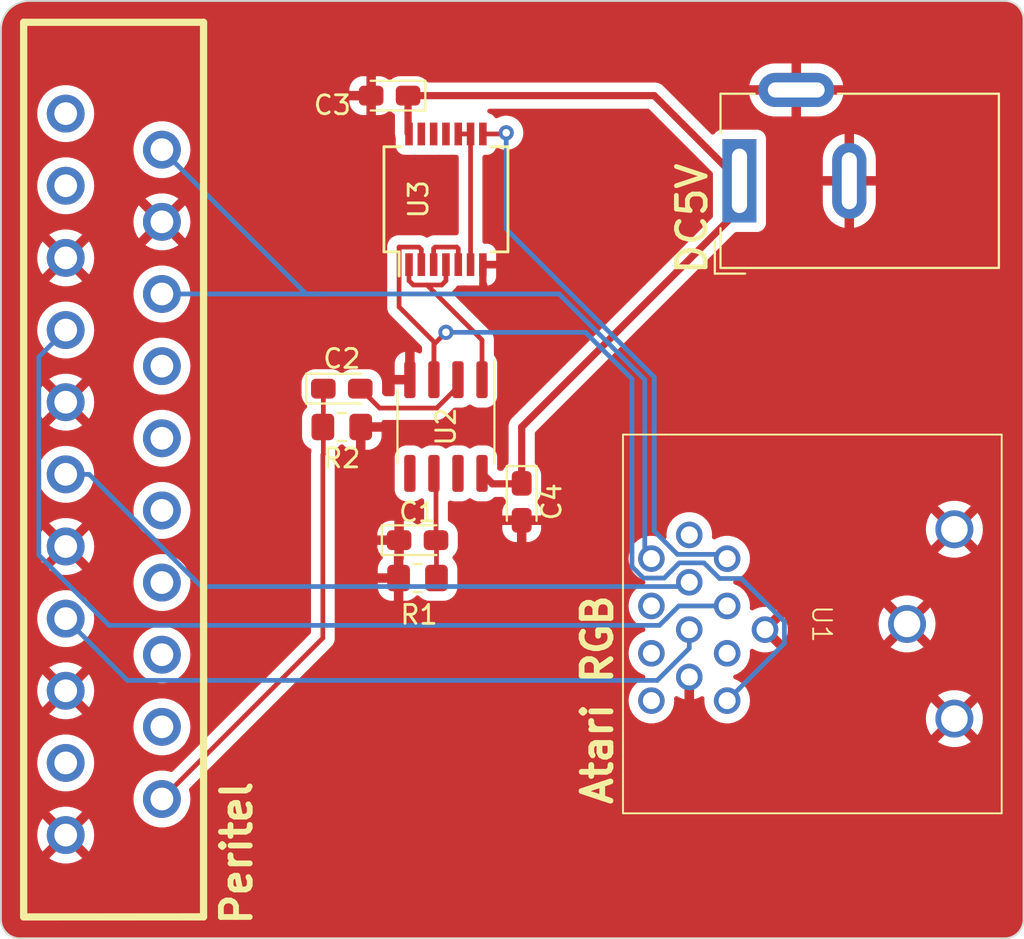
<source format=kicad_pcb>
(kicad_pcb (version 20221018) (generator pcbnew)
  (layers (0 "F.Cu" signal) (31 "B.Cu" signal) (34 "B.Paste" user) (35 "F.Paste" user) (36 "B.SilkS" user "B.Silkscreen") (37 "F.SilkS" user "F.Silkscreen") (38 "B.Mask" user) (39 "F.Mask" user) (44 "Edge.Cuts" user))
  (net 0 "")
  (net 1 "GND")
  (net 2 "Net-(U2-INT)")
  (net 3 "CVBS")
  (net 4 "Net-(U2-VIDEO)")
  (net 6 "AUDIO_L")
  (net 8 "VIDEO_B")
  (net 11 "VIDEO_G")
  (net 14 "VIDEO_R")
  (net 21 "HSYNC")
  (net 23 "VSYNC")
  (net 24 "Net-(U2-CSYNC)")
  (net 26 "+5V")
  (net 27 "Net-(U3-Pad3)")
  (net 28 "Net-(U3-Pad10)")
  (footprint "Package_SO:SSOP-14_5.3x6.2mm_P0.65mm" (layer "F.Cu") (at 141 71.475 90)
    (fp_text reference "U3" (at 0 -1.45 90) (layer "F.SilkS"))
    (fp_text value "74LS00")
    (fp_line (start -2.775 -3.275) (end -2.775 -2.475) (stroke (width 0.15)) (layer "F.SilkS"))
    (fp_line (start -2.775 -3.275) (end 2.775 -3.275) (stroke (width 0.15)) (layer "F.SilkS"))
    (fp_line (start -2.775 -2.475) (end -4.05 -2.475) (stroke (width 0.15)) (layer "F.SilkS"))
    (fp_line (start -2.775 3.275) (end -2.775 2.375) (stroke (width 0.15)) (layer "F.SilkS"))
    (fp_line (start -2.775 3.275) (end 2.775 3.275) (stroke (width 0.15)) (layer "F.SilkS"))
    (fp_line (start 2.775 -3.275) (end 2.775 -2.375) (stroke (width 0.15)) (layer "F.SilkS"))
    (fp_line (start 2.775 3.275) (end 2.775 2.375) (stroke (width 0.15)) (layer "F.SilkS"))
    (pad "1" smd rect (at -3.45 -1.95 90) (size 1.2 0.4) (layers "F.Cu" "F.Paste" "F.Mask") (net 24 "Net-(U2-CSYNC)"))
    (pad "2" smd rect (at -3.45 -1.3 90) (size 1.2 0.4) (layers "F.Cu" "F.Paste" "F.Mask") (net 23 "VSYNC"))
    (pad "3" smd rect (at -3.45 -0.65 90) (size 1.2 0.4) (layers "F.Cu" "F.Paste" "F.Mask") (net 27 "Net-(U3-Pad3)"))
    (pad "4" smd rect (at -3.45 0 90) (size 1.2 0.4) (layers "F.Cu" "F.Paste" "F.Mask") (net 24 "Net-(U2-CSYNC)"))
    (pad "5" smd rect (at -3.45 0.65 90) (size 1.2 0.4) (layers "F.Cu" "F.Paste" "F.Mask") (net 27 "Net-(U3-Pad3)"))
    (pad "6" smd rect (at -3.45 1.3 90) (size 1.2 0.4) (layers "F.Cu" "F.Paste" "F.Mask") (net 28 "Net-(U3-Pad10)"))
    (pad "7" smd rect (at -3.45 1.95 90) (size 1.2 0.4) (layers "F.Cu" "F.Paste" "F.Mask") (net 1 "GND"))
    (pad "8" smd rect (at 3.45 1.95 90) (size 1.2 0.4) (layers "F.Cu" "F.Paste" "F.Mask") (net 21 "HSYNC"))
    (pad "9" smd rect (at 3.45 1.3 90) (size 1.2 0.4) (layers "F.Cu" "F.Paste" "F.Mask") (net 28 "Net-(U3-Pad10)"))
    (pad "10" smd rect (at 3.45 0.65 90) (size 1.2 0.4) (layers "F.Cu" "F.Paste" "F.Mask") (net 28 "Net-(U3-Pad10)"))
    (pad "11" smd rect (at 3.45 0 90) (size 1.2 0.4) (layers "F.Cu" "F.Paste" "F.Mask"))
    (pad "12" smd rect (at 3.45 -0.65 90) (size 1.2 0.4) (layers "F.Cu" "F.Paste" "F.Mask"))
    (pad "13" smd rect (at 3.45 -1.3 90) (size 1.2 0.4) (layers "F.Cu" "F.Paste" "F.Mask"))
    (pad "14" smd rect (at 3.45 -1.95 90) (size 1.2 0.4) (layers "F.Cu" "F.Paste" "F.Mask") (net 26 "+5V"))
  )
  (footprint "Capacitor_Tantalum_SMD:CP_EIA-2012-15_AVX-P_Pad1.30x1.05mm_HandSolder" (layer "F.Cu") (at 138.025 66 180)
    (fp_text reference "C3" (at 3.025 -0.5) (layer "F.SilkS"))
    (fp_text value "0.1µF")
    (fp_line (start -1.885 -0.785) (end -1.885 0.785) (stroke (width 0.12)) (layer "F.SilkS"))
    (fp_line (start -1.885 0.785) (end 1 0.785) (stroke (width 0.12)) (layer "F.SilkS"))
    (fp_line (start 1 -0.785) (end -1.885 -0.785) (stroke (width 0.12)) (layer "F.SilkS"))
    (pad "1" smd roundrect (at -0.975 0 180) (size 1.3 1.05) (layers "F.Cu" "F.Paste" "F.Mask") (roundrect_rratio 0.238095) (net 26 "+5V"))
    (pad "2" smd roundrect (at 0.975 0 180) (size 1.3 1.05) (layers "F.Cu" "F.Paste" "F.Mask") (roundrect_rratio 0.238095) (net 1 "GND"))
  )
  (footprint "Capacitor_Tantalum_SMD:CP_EIA-2012-15_AVX-P_Pad1.30x1.05mm_HandSolder" (layer "F.Cu") (at 135.5 81.475)
    (fp_text reference "C2" (at 0 -1.58) (layer "F.SilkS"))
    (fp_text value "0.1µF")
    (fp_line (start -1.885 -0.785) (end -1.885 0.785) (stroke (width 0.12)) (layer "F.SilkS"))
    (fp_line (start -1.885 0.785) (end 1 0.785) (stroke (width 0.12)) (layer "F.SilkS"))
    (fp_line (start 1 -0.785) (end -1.885 -0.785) (stroke (width 0.12)) (layer "F.SilkS"))
    (pad "1" smd roundrect (at -0.975 0) (size 1.3 1.05) (layers "F.Cu" "F.Paste" "F.Mask") (roundrect_rratio 0.238095) (net 3 "CVBS"))
    (pad "2" smd roundrect (at 0.975 0) (size 1.3 1.05) (layers "F.Cu" "F.Paste" "F.Mask") (roundrect_rratio 0.238095) (net 4 "Net-(U2-VIDEO)"))
  )
  (footprint "Connector_BarrelJack:BarrelJack_Wuerth_6941xx301002" (layer "F.Cu") (at 156.5 70.5 90)
    (fp_text reference "J2" hide)
    (fp_text value "DC5V" (at -2 -2.5 270) (layer "F.SilkS") (effects (font (size 1.524 1.524) (thickness 0.25) bold)))
    (fp_line (start -4.9 -1.3) (end -4.9 0.3) (stroke (width 0.12)) (layer "F.SilkS"))
    (fp_line (start -4.6 -1) (end -2.5 -1) (stroke (width 0.12)) (layer "F.SilkS"))
    (fp_line (start -4.6 13.7) (end -4.6 -1) (stroke (width 0.12)) (layer "F.SilkS"))
    (fp_line (start -3.2 -1.3) (end -4.9 -1.3) (stroke (width 0.12)) (layer "F.SilkS"))
    (fp_line (start 2.5 -1) (end 4.6 -1) (stroke (width 0.12)) (layer "F.SilkS"))
    (fp_line (start 4.6 -1) (end 4.6 0.8) (stroke (width 0.12)) (layer "F.SilkS"))
    (fp_line (start 4.6 5.2) (end 4.6 13.7) (stroke (width 0.12)) (layer "F.SilkS"))
    (fp_line (start 4.6 13.7) (end -4.6 13.7) (stroke (width 0.12)) (layer "F.SilkS"))
    (pad "1" thru_hole rect (at 0 0 90) (size 4.4 1.8) (drill oval 3.4 0.8) (layers "*.Cu" "*.Mask") (net 26 "+5V"))
    (pad "2" thru_hole oval (at 0 5.8 90) (size 4 1.8) (drill oval 3 0.8) (layers "*.Cu" "*.Mask") (net 1 "GND"))
    (pad "3" thru_hole oval (at 4.8 3 180) (size 4 1.8) (drill oval 3 0.8) (layers "*.Cu" "*.Mask") (net 1 "GND"))
  )
  (footprint "Capacitor_Tantalum_SMD:CP_EIA-2012-15_AVX-P_Pad1.30x1.05mm_HandSolder" (layer "F.Cu") (at 145 87.45 -90)
    (fp_text reference "C4" (at 0 -1.58 90) (layer "F.SilkS"))
    (fp_text value "0.1µF")
    (fp_line (start -1.885 -0.785) (end -1.885 0.785) (stroke (width 0.12)) (layer "F.SilkS"))
    (fp_line (start -1.885 0.785) (end 1 0.785) (stroke (width 0.12)) (layer "F.SilkS"))
    (fp_line (start 1 -0.785) (end -1.885 -0.785) (stroke (width 0.12)) (layer "F.SilkS"))
    (pad "1" smd roundrect (at -0.975 0 270) (size 1.3 1.05) (layers "F.Cu" "F.Paste" "F.Mask") (roundrect_rratio 0.238095) (net 26 "+5V"))
    (pad "2" smd roundrect (at 0.975 0 270) (size 1.3 1.05) (layers "F.Cu" "F.Paste" "F.Mask") (roundrect_rratio 0.238095) (net 1 "GND"))
  )
  (footprint "Capacitor_Tantalum_SMD:CP_EIA-2012-15_AVX-P_Pad1.30x1.05mm_HandSolder" (layer "F.Cu") (at 139.5 89.475)
    (fp_text reference "C1" (at 0 -1.475) (layer "F.SilkS"))
    (fp_text value "0.1µ")
    (fp_line (start -1.885 -0.785) (end -1.885 0.785) (stroke (width 0.12)) (layer "F.SilkS"))
    (fp_line (start -1.885 0.785) (end 1 0.785) (stroke (width 0.12)) (layer "F.SilkS"))
    (fp_line (start 1 -0.785) (end -1.885 -0.785) (stroke (width 0.12)) (layer "F.SilkS"))
    (pad "1" smd roundrect (at -0.975 0) (size 1.3 1.05) (layers "F.Cu" "F.Paste" "F.Mask") (roundrect_rratio 0.238095) (net 1 "GND"))
    (pad "2" smd roundrect (at 0.975 0) (size 1.3 1.05) (layers "F.Cu" "F.Paste" "F.Mask") (roundrect_rratio 0.238095) (net 2 "Net-(U2-INT)"))
  )
  (footprint "Resistor_SMD:R_0805_2012Metric_Pad1.20x1.40mm_HandSolder" (layer "F.Cu") (at 135.5 83.5 180)
    (fp_text reference "R2" (at 0 -1.65) (layer "F.SilkS"))
    (fp_text value "75Ω")
    (fp_line (start -0.227064 -0.735) (end 0.227064 -0.735) (stroke (width 0.12)) (layer "F.SilkS"))
    (fp_line (start -0.227064 0.735) (end 0.227064 0.735) (stroke (width 0.12)) (layer "F.SilkS"))
    (pad "1" smd roundrect (at -1 0 180) (size 1.2 1.4) (layers "F.Cu" "F.Paste" "F.Mask") (roundrect_rratio 0.208333) (net 1 "GND"))
    (pad "2" smd roundrect (at 1 0 180) (size 1.2 1.4) (layers "F.Cu" "F.Paste" "F.Mask") (roundrect_rratio 0.208333) (net 3 "CVBS"))
  )
  (footprint "Resistor_SMD:R_0805_2012Metric_Pad1.20x1.40mm_HandSolder" (layer "F.Cu") (at 139.5 91.475)
    (fp_text reference "R1" (at 0.076589 1.938278) (layer "F.SilkS"))
    (fp_text value "680kΩ")
    (fp_line (start -0.227064 -0.735) (end 0.227064 -0.735) (stroke (width 0.12)) (layer "F.SilkS"))
    (fp_line (start -0.227064 0.735) (end 0.227064 0.735) (stroke (width 0.12)) (layer "F.SilkS"))
    (pad "1" smd roundrect (at -1 0) (size 1.2 1.4) (layers "F.Cu" "F.Paste" "F.Mask") (roundrect_rratio 0.208333) (net 1 "GND"))
    (pad "2" smd roundrect (at 1 0) (size 1.2 1.4) (layers "F.Cu" "F.Paste" "F.Mask") (roundrect_rratio 0.208333) (net 2 "Net-(U2-INT)"))
  )
  (footprint "sc1224-scart:SCART" (layer "F.Cu") (at 128.19964 86 90)
    (fp_text reference "J1")
    (fp_text value "Peritel" (at -20 1.75 270) (layer "F.SilkS") (effects (font (size 1.524 1.524) (thickness 0.3048))))
    (fp_line (start -23.372 -9.5) (end 23.872 -9.5) (stroke (width 0.381)) (layer "F.SilkS"))
    (fp_line (start -23.372 0) (end 23.872 0) (stroke (width 0.381)) (layer "F.SilkS"))
    (fp_line (start -23.368 0) (end -23.372 -9.5) (stroke (width 0.381)) (layer "F.SilkS"))
    (fp_line (start 23.872 -9.5) (end 23.872 0) (stroke (width 0.381)) (layer "F.SilkS"))
    (pad "1" thru_hole circle (at 19.05 -7.27964 90) (size 1.99898 1.99898) (drill 1.19888) (layers "*.Cu" "*.Mask"))
    (pad "2" thru_hole circle (at 17.145 -2.19964 90) (size 1.99898 1.99898) (drill 1.19888) (layers "*.Cu" "*.Mask") (net 6 "AUDIO_L"))
    (pad "3" thru_hole circle (at 15.24 -7.27964 90) (size 1.99898 1.99898) (drill 1.19888) (layers "*.Cu" "*.Mask"))
    (pad "4" thru_hole circle (at 13.335 -2.19964 90) (size 1.99898 1.99898) (drill 1.19888) (layers "*.Cu" "*.Mask") (net 1 "GND"))
    (pad "5" thru_hole circle (at 11.43 -7.27964 90) (size 1.99898 1.99898) (drill 1.19888) (layers "*.Cu" "*.Mask") (net 1 "GND"))
    (pad "6" thru_hole circle (at 9.525 -2.19964 90) (size 1.99898 1.99898) (drill 1.19888) (layers "*.Cu" "*.Mask") (net 6 "AUDIO_L"))
    (pad "7" thru_hole circle (at 7.62 -7.27964 90) (size 1.99898 1.99898) (drill 1.19888) (layers "*.Cu" "*.Mask") (net 8 "VIDEO_B"))
    (pad "8" thru_hole circle (at 5.715 -2.19964 90) (size 1.99898 1.99898) (drill 1.19888) (layers "*.Cu" "*.Mask"))
    (pad "9" thru_hole circle (at 3.81 -7.27964 90) (size 1.99898 1.99898) (drill 1.19888) (layers "*.Cu" "*.Mask") (net 1 "GND"))
    (pad "10" thru_hole circle (at 1.905 -2.19964 90) (size 1.99898 1.99898) (drill 1.19888) (layers "*.Cu" "*.Mask"))
    (pad "11" thru_hole circle (at 0 -7.27964 90) (size 1.99898 1.99898) (drill 1.19888) (layers "*.Cu" "*.Mask") (net 11 "VIDEO_G"))
    (pad "12" thru_hole circle (at -1.905 -2.19964 90) (size 1.99898 1.99898) (drill 1.19888) (layers "*.Cu" "*.Mask"))
    (pad "13" thru_hole circle (at -3.81 -7.27964 90) (size 1.99898 1.99898) (drill 1.19888) (layers "*.Cu" "*.Mask") (net 1 "GND"))
    (pad "14" thru_hole circle (at -5.715 -2.19964 90) (size 1.99898 1.99898) (drill 1.19888) (layers "*.Cu" "*.Mask"))
    (pad "15" thru_hole circle (at -7.62 -7.27964 90) (size 1.99898 1.99898) (drill 1.19888) (layers "*.Cu" "*.Mask") (net 14 "VIDEO_R"))
    (pad "16" thru_hole circle (at -9.525 -2.19964 90) (size 1.99898 1.99898) (drill 1.19888) (layers "*.Cu" "*.Mask"))
    (pad "17" thru_hole circle (at -11.43 -7.27964 90) (size 1.99898 1.99898) (drill 1.19888) (layers "*.Cu" "*.Mask") (net 1 "GND"))
    (pad "18" thru_hole circle (at -13.335 -2.19964 90) (size 1.99898 1.99898) (drill 1.19888) (layers "*.Cu" "*.Mask"))
    (pad "19" thru_hole circle (at -15.24 -7.27964 90) (size 1.99898 1.99898) (drill 1.19888) (layers "*.Cu" "*.Mask"))
    (pad "20" thru_hole circle (at -17.145 -2.19964 90) (size 1.99898 1.99898) (drill 1.19888) (layers "*.Cu" "*.Mask") (net 3 "CVBS"))
    (pad "21" thru_hole circle (at -19.05 -7.27964 90) (size 1.99898 1.99898) (drill 1.19888) (layers "*.Cu" "*.Mask") (net 1 "GND"))
  )
  (footprint "Package_SO:SOIC-8_3.9x4.9mm_P1.27mm" (layer "F.Cu") (at 141 83.475 -90)
    (fp_text reference "U2" (at 0 0 90) (layer "F.SilkS"))
    (fp_text value "LM1881")
    (fp_line (start 0 -2.56) (end -3.45 -2.56) (stroke (width 0.12)) (layer "F.SilkS"))
    (fp_line (start 0 -2.56) (end 1.95 -2.56) (stroke (width 0.12)) (layer "F.SilkS"))
    (fp_line (start 0 2.56) (end -1.95 2.56) (stroke (width 0.12)) (layer "F.SilkS"))
    (fp_line (start 0 2.56) (end 1.95 2.56) (stroke (width 0.12)) (layer "F.SilkS"))
    (pad "1" smd roundrect (at -2.475 -1.905 270) (size 1.95 0.6) (layers "F.Cu" "F.Paste" "F.Mask") (net 24 "Net-(U2-CSYNC)"))
    (pad "2" smd roundrect (at -2.475 -0.635 270) (size 1.95 0.6) (layers "F.Cu" "F.Paste" "F.Mask") (net 4 "Net-(U2-VIDEO)"))
    (pad "3" smd roundrect (at -2.475 0.635 270) (size 1.95 0.6) (layers "F.Cu" "F.Paste" "F.Mask") (net 23 "VSYNC"))
    (pad "4" smd roundrect (at -2.475 1.905 270) (size 1.95 0.6) (layers "F.Cu" "F.Paste" "F.Mask") (net 1 "GND"))
    (pad "5" smd roundrect (at 2.475 1.905 270) (size 1.95 0.6) (layers "F.Cu" "F.Paste" "F.Mask"))
    (pad "6" smd roundrect (at 2.475 0.635 270) (size 1.95 0.6) (layers "F.Cu" "F.Paste" "F.Mask") (net 2 "Net-(U2-INT)"))
    (pad "7" smd roundrect (at 2.475 -0.635 270) (size 1.95 0.6) (layers "F.Cu" "F.Paste" "F.Mask"))
    (pad "8" smd roundrect (at 2.475 -1.905 270) (size 1.95 0.6) (layers "F.Cu" "F.Paste" "F.Mask") (net 26 "+5V"))
  )
  (footprint "sc1224-scart:DIN-13" (layer "F.Cu") (at 170.35 93.9 -90)
    (fp_text reference "U1" (at 0 9.5 -90 unlocked) (layer "F.SilkS") (effects (font (thickness 0.1))))
    (fp_text value "Atari RGB" (at 4 21.35 90 unlocked) (layer "F.SilkS") (effects (font (size 1.524 1.524) (thickness 0.3048) bold)))
    (fp_line (start -10 0) (end 10 0) (stroke (width 0.1)) (layer "F.SilkS"))
    (fp_line (start -10 20) (end -10 0) (stroke (width 0.1)) (layer "F.SilkS"))
    (fp_line (start 10 0) (end 10 20) (stroke (width 0.1)) (layer "F.SilkS"))
    (fp_line (start 10 20) (end -10 20) (stroke (width 0.1)) (layer "F.SilkS"))
    (pad "" thru_hole circle (at -5 2.5 270) (size 2 2) (drill 1.4) (layers "*.Cu" "*.Mask") (net 1 "GND"))
    (pad "" thru_hole circle (at 0 5 270) (size 2 2) (drill 1.4) (layers "*.Cu" "*.Mask") (net 1 "GND"))
    (pad "" thru_hole circle (at 5 2.5 270) (size 2 2) (drill 1.4) (layers "*.Cu" "*.Mask") (net 1 "GND"))
    (pad "1" thru_hole circle (at -3.45 18.5 270) (size 1.4 1.4) (drill 0.9) (layers "*.Cu" "*.Mask") (net 6 "AUDIO_L"))
    (pad "2" thru_hole circle (at -0.95 18.5 270) (size 1.4 1.4) (drill 0.9) (layers "*.Cu" "*.Mask"))
    (pad "3" thru_hole circle (at 1.55 18.5 270) (size 1.4 1.4) (drill 0.9) (layers "*.Cu" "*.Mask"))
    (pad "4" thru_hole circle (at 4.05 18.5 270) (size 1.4 1.4) (drill 0.9) (layers "*.Cu" "*.Mask"))
    (pad "5" thru_hole circle (at -4.7 16.5 270) (size 1.4 1.4) (drill 0.9) (layers "*.Cu" "*.Mask"))
    (pad "6" thru_hole circle (at -2.2 16.5 270) (size 1.4 1.4) (drill 0.9) (layers "*.Cu" "*.Mask") (net 11 "VIDEO_G"))
    (pad "7" thru_hole circle (at 0.3 16.5 270) (size 1.4 1.4) (drill 0.9) (layers "*.Cu" "*.Mask") (net 14 "VIDEO_R"))
    (pad "8" thru_hole circle (at 2.8 16.5 270) (size 1.4 1.4) (drill 0.9) (layers "*.Cu" "*.Mask") (net 1 "GND"))
    (pad "9" thru_hole circle (at -3.45 14.5 270) (size 1.4 1.4) (drill 0.9) (layers "*.Cu" "*.Mask") (net 21 "HSYNC"))
    (pad "10" thru_hole circle (at -0.95 14.5 270) (size 1.4 1.4) (drill 0.9) (layers "*.Cu" "*.Mask") (net 8 "VIDEO_B"))
    (pad "11" thru_hole circle (at 1.55 14.5 270) (size 1.4 1.4) (drill 0.9) (layers "*.Cu" "*.Mask"))
    (pad "12" thru_hole circle (at 4.05 14.5 270) (size 1.4 1.4) (drill 0.9) (layers "*.Cu" "*.Mask") (net 23 "VSYNC"))
    (pad "13" thru_hole circle (at 0.3 12.5 270) (size 1.4 1.4) (drill 0.9) (layers "*.Cu" "*.Mask") (net 1 "GND"))
  )
  (gr_line (start 118.5 110.5) (end 170.5 110.5) (stroke (width 0.1)) (layer "Edge.Cuts"))
  (gr_arc (start 117.5 62.5) (mid 117.93934 61.43934) (end 119 61) (stroke (width 0.1)) (layer "Edge.Cuts"))
  (gr_arc (start 170.5 61) (mid 171.207107 61.292893) (end 171.5 62) (stroke (width 0.1)) (layer "Edge.Cuts"))
  (gr_line (start 171.5 100) (end 171.5 109.5) (stroke (width 0.1)) (layer "Edge.Cuts"))
  (gr_line (start 119 61) (end 170.5 61) (stroke (width 0.1)) (layer "Edge.Cuts"))
  (gr_line (start 171.5 62) (end 171.5 100) (stroke (width 0.1)) (layer "Edge.Cuts"))
  (gr_line (start 117.5 62.5) (end 117.5 109.5) (stroke (width 0.1)) (layer "Edge.Cuts"))
  (gr_arc (start 118.5 110.5) (mid 117.792893 110.207107) (end 117.5 109.5) (stroke (width 0.1)) (layer "Edge.Cuts"))
  (gr_arc (start 171.5 109.5) (mid 171.207107 110.207107) (end 170.5 110.5) (stroke (width 0.1)) (layer "Edge.Cuts"))
  (segment (start 143 76) (end 142.95 75.95) (width 0.381) (layer "F.Cu") (net 1))
  (segment (start 142.95 74.925) (end 142.95 75.95) (width 0.381) (layer "F.Cu") (net 1))
  (segment (start 153.85 96.7) (end 153.85 98.35) (width 0.508) (layer "F.Cu") (net 1))
  (segment (start 140.475 86.06) (end 140.365 85.95) (width 0.25) (layer "F.Cu") (net 2))
  (segment (start 140.5 91.475) (end 140.5 89.5) (width 0.25) (layer "F.Cu") (net 2))
  (segment (start 140.5 89.5) (end 140.475 89.475) (width 0.25) (layer "F.Cu") (net 2))
  (segment (start 140.475 89.475) (end 140.475 86.06) (width 0.25) (layer "F.Cu") (net 2))
  (segment (start 134.5 94.645) (end 134.5 84.975) (width 0.25) (layer "F.Cu") (net 3))
  (segment (start 126 103.145) (end 134.5 94.645) (width 0.25) (layer "F.Cu") (net 3))
  (segment (start 134.525 81.475) (end 134.525 84.95) (width 0.25) (layer "F.Cu") (net 3))
  (segment (start 134.525 84.95) (end 134.5 84.975) (width 0.25) (layer "F.Cu") (net 3))
  (segment (start 141.635 81.376751) (end 141.635 81) (width 0.25) (layer "F.Cu") (net 4))
  (segment (start 136.475 81.475) (end 137.5 82.5) (width 0.25) (layer "F.Cu") (net 4))
  (segment (start 140.511751 82.5) (end 141.635 81.376751) (width 0.25) (layer "F.Cu") (net 4))
  (segment (start 137.5 82.5) (end 140.511751 82.5) (width 0.25) (layer "F.Cu") (net 4))
  (segment (start 151.5 81) (end 151.5 90.1) (width 0.25) (layer "B.Cu") (net 6))
  (segment (start 146.975 76.475) (end 151.5 81) (width 0.25) (layer "B.Cu") (net 6))
  (segment (start 134.5 76.475) (end 146.975 76.475) (width 0.25) (layer "B.Cu") (net 6))
  (segment (start 126 68.855) (end 133.62 76.475) (width 0.25) (layer "B.Cu") (net 6))
  (segment (start 126 76.475) (end 134.5 76.475) (width 0.25) (layer "B.Cu") (net 6))
  (segment (start 133.62 76.475) (end 134.5 76.475) (width 0.25) (layer "B.Cu") (net 6))
  (segment (start 151.5 90.1) (end 151.85 90.45) (width 0.25) (layer "B.Cu") (net 6))
  (segment (start 155.85 92.95) (end 153.299569 92.95) (width 0.25) (layer "B.Cu") (net 8))
  (segment (start 119.5 79.8) (end 120.92 78.38) (width 0.25) (layer "B.Cu") (net 8))
  (segment (start 152.274569 93.975) (end 123.211888 93.975) (width 0.25) (layer "B.Cu") (net 8))
  (segment (start 119.5 90.263112) (end 119.5 79.8) (width 0.25) (layer "B.Cu") (net 8))
  (segment (start 123.211888 93.975) (end 119.5 90.263112) (width 0.25) (layer "B.Cu") (net 8))
  (segment (start 153.299569 92.95) (end 152.274569 93.975) (width 0.25) (layer "B.Cu") (net 8))
  (segment (start 122.158112 86) (end 128.083112 91.925) (width 0.25) (layer "B.Cu") (net 11))
  (segment (start 153.625 91.925) (end 153.85 91.7) (width 0.25) (layer "B.Cu") (net 11))
  (segment (start 128.083112 91.925) (end 153.625 91.925) (width 0.25) (layer "B.Cu") (net 11))
  (segment (start 120.92 86) (end 122.158112 86) (width 0.25) (layer "B.Cu") (net 11))
  (segment (start 152.158571 96.881378) (end 124.181378 96.881378) (width 0.25) (layer "B.Cu") (net 14))
  (segment (start 153.85 95.189949) (end 152.158571 96.881378) (width 0.25) (layer "B.Cu") (net 14))
  (segment (start 124.181378 96.881378) (end 120.92 93.62) (width 0.25) (layer "B.Cu") (net 14))
  (segment (start 153.85 94.2) (end 153.85 95.189949) (width 0.25) (layer "B.Cu") (net 14))
  (segment (start 144 68) (end 144.183175 67.963025) (width 0.25) (layer "F.Cu") (net 21))
  (segment (start 144.183175 67.963025) (end 143.975 68.025) (width 0.25) (layer "F.Cu") (net 21))
  (segment (start 142.95 68.025) (end 143.975 68.025) (width 0.25) (layer "F.Cu") (net 21))
  (via (at 144.183175 67.963025) (size 0.8) (drill 0.4) (layers "F.Cu" "B.Cu") (net 21))
  (segment (start 152 89) (end 153.225 90.225) (width 0.25) (layer "B.Cu") (net 21))
  (segment (start 153.225 90.225) (end 155.625 90.225) (width 0.25) (layer "B.Cu") (net 21))
  (segment (start 155.625 90.225) (end 155.85 90.45) (width 0.25) (layer "B.Cu") (net 21))
  (segment (start 152 80.863604) (end 152 89) (width 0.25) (layer "B.Cu") (net 21))
  (segment (start 144.183175 67.963025) (end 144.183175 73.046779) (width 0.25) (layer "B.Cu") (net 21))
  (segment (start 144.183175 73.046779) (end 152 80.863604) (width 0.25) (layer "B.Cu") (net 21))
  (segment (start 138.525 77.16) (end 138.525 74) (width 0.25) (layer "F.Cu") (net 23))
  (segment (start 140.365 79.135) (end 141 78.5) (width 0.25) (layer "F.Cu") (net 23))
  (segment (start 139.7 74.125) (end 139.7 74.925) (width 0.25) (layer "F.Cu") (net 23))
  (segment (start 138.525 74) (end 139.575 74) (width 0.25) (layer "F.Cu") (net 23))
  (segment (start 140.365 81) (end 140.365 79.135) (width 0.25) (layer "F.Cu") (net 23))
  (segment (start 139.575 74) (end 139.7 74.125) (width 0.25) (layer "F.Cu") (net 23))
  (segment (start 140.365 81) (end 140.365 79) (width 0.25) (layer "F.Cu") (net 23))
  (segment (start 140.365 79) (end 138.525 77.16) (width 0.25) (layer "F.Cu") (net 23))
  (via (at 141 78.5) (size 0.8) (drill 0.4) (layers "F.Cu" "B.Cu") (net 23))
  (segment (start 158.875 93.775431) (end 158.875 94.925) (width 0.25) (layer "B.Cu") (net 23))
  (segment (start 154.625431 90.675) (end 155.450431 91.5) (width 0.25) (layer "B.Cu") (net 23))
  (segment (start 153.325 90.675) (end 154.625431 90.675) (width 0.25) (layer "B.Cu") (net 23))
  (segment (start 148.363604 78.5) (end 150.825 80.961396) (width 0.25) (layer "B.Cu") (net 23))
  (segment (start 155.450431 91.5) (end 156.599569 91.5) (width 0.25) (layer "B.Cu") (net 23))
  (segment (start 156.599569 91.5) (end 158.875 93.775431) (width 0.25) (layer "B.Cu") (net 23))
  (segment (start 151.425431 91.475) (end 152.525 91.475) (width 0.25) (layer "B.Cu") (net 23))
  (segment (start 150.825 90.874569) (end 151.425431 91.475) (width 0.25) (layer "B.Cu") (net 23))
  (segment (start 152.525 91.475) (end 153.325 90.675) (width 0.25) (layer "B.Cu") (net 23))
  (segment (start 141 78.5) (end 148.363604 78.5) (width 0.25) (layer "B.Cu") (net 23))
  (segment (start 150.825 80.961396) (end 150.825 90.874569) (width 0.25) (layer "B.Cu") (net 23))
  (segment (start 158.875 94.925) (end 155.85 97.95) (width 0.25) (layer "B.Cu") (net 23))
  (segment (start 139.275 76) (end 140 76) (width 0.25) (layer "F.Cu") (net 24))
  (segment (start 140 76) (end 142.905 78.905) (width 0.25) (layer "F.Cu") (net 24))
  (segment (start 142.905 78.905) (end 142.905 81) (width 0.25) (layer "F.Cu") (net 24))
  (segment (start 139.05 75.775) (end 139.275 76) (width 0.25) (layer "F.Cu") (net 24))
  (segment (start 139.05 74.925) (end 139.05 75.775) (width 0.25) (layer "F.Cu") (net 24))
  (segment (start 140.775 76) (end 141 75.775) (width 0.25) (layer "F.Cu") (net 24))
  (segment (start 141 75.775) (end 141 74.925) (width 0.25) (layer "F.Cu") (net 24))
  (segment (start 140 76) (end 140.775 76) (width 0.25) (layer "F.Cu") (net 24))
  (segment (start 156.5 70.5) (end 156.5 72) (width 0.381) (layer "F.Cu") (net 26))
  (segment (start 156.5 72) (end 145 83.5) (width 0.381) (layer "F.Cu") (net 26))
  (segment (start 145 83.5) (end 145 86.475) (width 0.381) (layer "F.Cu") (net 26))
  (segment (start 156.5 70.5) (end 152 66) (width 0.381) (layer "F.Cu") (net 26))
  (segment (start 139 67.975) (end 139.05 68.025) (width 0.381) (layer "F.Cu") (net 26))
  (segment (start 152 66) (end 139 66) (width 0.381) (layer "F.Cu") (net 26))
  (segment (start 144.975 86.5) (end 143.455 86.5) (width 0.381) (layer "F.Cu") (net 26))
  (segment (start 145 86.475) (end 144.975 86.5) (width 0.381) (layer "F.Cu") (net 26))
  (segment (start 143.455 86.5) (end 142.905 85.95) (width 0.381) (layer "F.Cu") (net 26))
  (segment (start 139 66) (end 139 67.975) (width 0.381) (layer "F.Cu") (net 26))
  (segment (start 140.35 74.075) (end 140.425 74) (width 0.25) (layer "F.Cu") (net 27))
  (segment (start 141.65 74.075) (end 141.65 74.925) (width 0.25) (layer "F.Cu") (net 27))
  (segment (start 140.35 74.925) (end 140.35 74.075) (width 0.25) (layer "F.Cu") (net 27))
  (segment (start 141.575 74) (end 141.65 74.075) (width 0.25) (layer "F.Cu") (net 27))
  (segment (start 140.425 74) (end 141.575 74) (width 0.25) (layer "F.Cu") (net 27))
  (segment (start 141.65 68.025) (end 142.3 68.025) (width 0.25) (layer "F.Cu") (net 28))
  (segment (start 142.3 74.925) (end 142.3 68.025) (width 0.25) (layer "F.Cu") (net 28))
  (zone (net 1) (net_name "GND") (layer "F.Cu") (connect_pads (clearance 0.5)) (min_thickness 0.25) (fill yes (thermal_gap 0.5) (thermal_bridge_width 0.5))
    (polygon (pts (xy 117.5 61) (xy 171.5 61) (xy 171.5 110.5) (xy 117.5 110.5)))
  )
)
</source>
